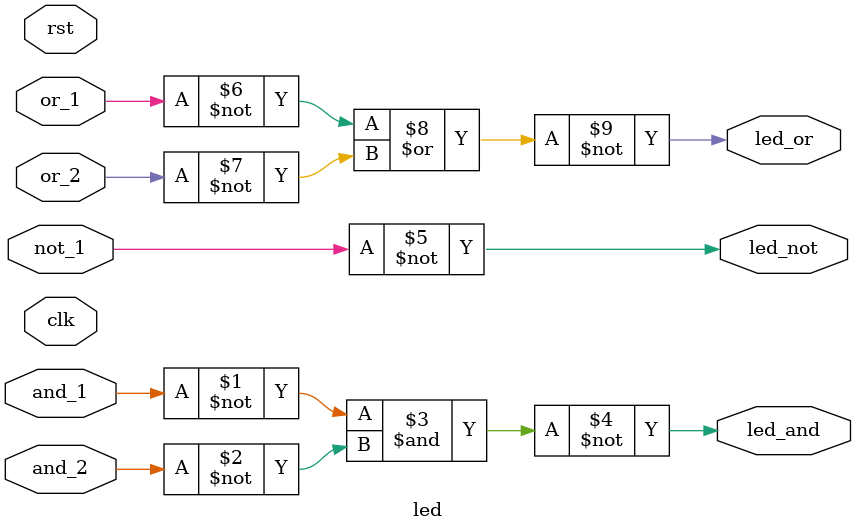
<source format=v>
module led(

		input wire and_1,
		input wire and_2,

		input wire or_1,
		input wire or_2,

		input wire not_1,
		
		input wire clk,
		input wire rst,
		
		output wire led_and,
		output wire led_or,
		output wire led_not
);
	
//	and and_gate(led_and, and_1, and_2);
//	
//	or or_gate(led_or, or_1, or_2);
//	
//	not not_gate(led_not, not_1);
 
assign led_and = ~( ( ~and_1) & (~and_2) );
assign led_not = (~not_1);
assign led_or = ~((~or_1)|(~or_2));

endmodule
</source>
